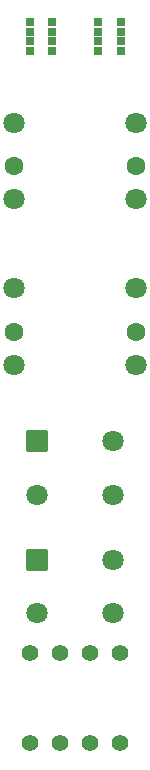
<source format=gbr>
%TF.GenerationSoftware,KiCad,Pcbnew,8.0.2*%
%TF.CreationDate,2024-05-27T22:07:24-04:00*%
%TF.ProjectId,tundraSaber,74756e64-7261-4536-9162-65722e6b6963,rev?*%
%TF.SameCoordinates,Original*%
%TF.FileFunction,Soldermask,Top*%
%TF.FilePolarity,Negative*%
%FSLAX46Y46*%
G04 Gerber Fmt 4.6, Leading zero omitted, Abs format (unit mm)*
G04 Created by KiCad (PCBNEW 8.0.2) date 2024-05-27 22:07:24*
%MOMM*%
%LPD*%
G01*
G04 APERTURE LIST*
G04 Aperture macros list*
%AMRoundRect*
0 Rectangle with rounded corners*
0 $1 Rounding radius*
0 $2 $3 $4 $5 $6 $7 $8 $9 X,Y pos of 4 corners*
0 Add a 4 corners polygon primitive as box body*
4,1,4,$2,$3,$4,$5,$6,$7,$8,$9,$2,$3,0*
0 Add four circle primitives for the rounded corners*
1,1,$1+$1,$2,$3*
1,1,$1+$1,$4,$5*
1,1,$1+$1,$6,$7*
1,1,$1+$1,$8,$9*
0 Add four rect primitives between the rounded corners*
20,1,$1+$1,$2,$3,$4,$5,0*
20,1,$1+$1,$4,$5,$6,$7,0*
20,1,$1+$1,$6,$7,$8,$9,0*
20,1,$1+$1,$8,$9,$2,$3,0*%
G04 Aperture macros list end*
%ADD10RoundRect,0.050800X-0.304800X-0.254000X0.304800X-0.254000X0.304800X0.254000X-0.304800X0.254000X0*%
%ADD11C,1.409700*%
%ADD12RoundRect,0.050800X-0.850000X-0.850000X0.850000X-0.850000X0.850000X0.850000X-0.850000X0.850000X0*%
%ADD13C,1.801600*%
%ADD14C,1.803400*%
%ADD15C,1.600200*%
G04 APERTURE END LIST*
D10*
%TO.C,R2*%
X-1947500Y74769200D03*
X-1947500Y73956400D03*
X-1947500Y73143600D03*
X-1947500Y72330800D03*
X-3852500Y72330800D03*
X-3852500Y73143600D03*
X-3852500Y73956400D03*
X-3852500Y74769200D03*
%TD*%
%TO.C,R1*%
X1947500Y74769200D03*
X1947500Y73956400D03*
X1947500Y73143600D03*
X1947500Y72330800D03*
X3852500Y72330800D03*
X3852500Y73143600D03*
X3852500Y73956400D03*
X3852500Y74769200D03*
%TD*%
D11*
%TO.C,SW3*%
X3810000Y21310000D03*
X1270000Y21310000D03*
X-1270000Y21310000D03*
X-3810000Y21310000D03*
X-3810000Y13690000D03*
X-1270000Y13690000D03*
X1270000Y13690000D03*
X3810000Y13690000D03*
%TD*%
D12*
%TO.C,SW1*%
X-3250000Y39250000D03*
D13*
X3250000Y39250000D03*
X-3250000Y34750000D03*
X3250000Y34750000D03*
%TD*%
D12*
%TO.C,SW2*%
X-3250000Y29250000D03*
D13*
X3250000Y29250000D03*
X-3250000Y24750000D03*
X3250000Y24750000D03*
%TD*%
D14*
%TO.C,J2*%
X5150000Y52250001D03*
D15*
X5150000Y48550000D03*
D14*
X5150000Y45749999D03*
X-5150000Y52250001D03*
D15*
X-5150000Y48550000D03*
D14*
X-5150000Y45749999D03*
%TD*%
%TO.C,J1*%
X-5150000Y59749999D03*
D15*
X-5150000Y62550000D03*
D14*
X-5150000Y66250001D03*
X5150000Y59749999D03*
D15*
X5150000Y62550000D03*
D14*
X5150000Y66250001D03*
%TD*%
M02*

</source>
